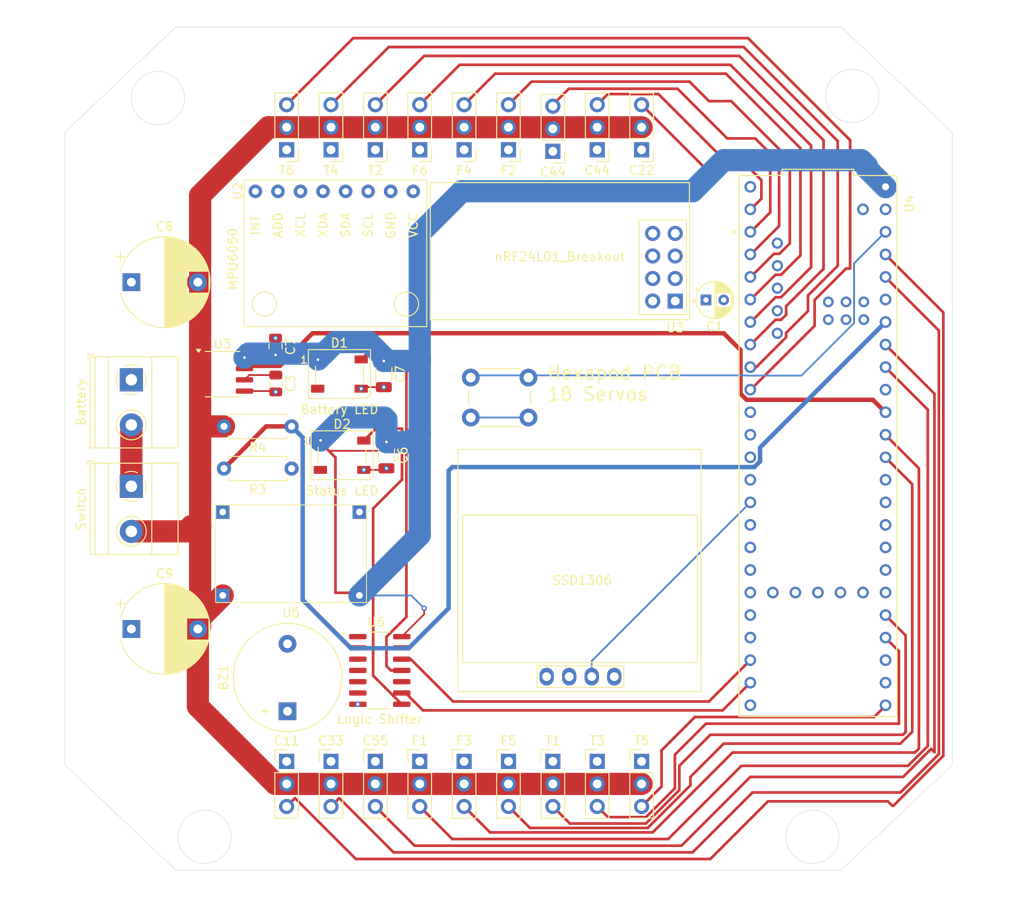
<source format=kicad_pcb>
(kicad_pcb (version 20240108) (generator "pcbnew") (generator_version "8.0")
  (layers (0 "F.Cu" signal "Signal") (1 "In1.Cu" power "Ground") (2 "In2.Cu" power "Power") (31 "B.Cu" signal "Back") (34 "B.Paste" user) (35 "F.Paste" user) (36 "B.SilkS" user "B.Silkscreen") (37 "F.SilkS" user "F.Silkscreen") (38 "B.Mask" user) (39 "F.Mask" user) (44 "Edge.Cuts" user))
  (net 0 "")
  (net 1 "GND")
  (net 2 "VIN")
  (net 3 "Buzzer")
  (net 4 "+5V")
  (net 5 "Net-(U3-FILTER)")
  (net 6 "LED1")
  (net 9 "LED2")
  (net 10 "VD Reading")
  (net 11 "S1")
  (net 12 "S7")
  (net 13 "S13")
  (net 14 "S2")
  (net 15 "S8")
  (net 16 "S14")
  (net 17 "S3")
  (net 18 "S9")
  (net 19 "S15")
  (net 20 "S4")
  (net 21 "S10")
  (net 22 "S16")
  (net 23 "S5")
  (net 24 "S11")
  (net 25 "S17")
  (net 26 "S6")
  (net 27 "S12")
  (net 28 "S18")
  (net 29 "CSN")
  (net 30 "SCK")
  (net 31 "MISO")
  (net 32 "MOSI")
  (net 35 "SDA")
  (net 36 "SCL")
  (net 39 "+3.3V")
  (net 40 "Current Reading")
  (net 41 "CE")
  (net 47 "Net-(U4-USB_GND-PadUSB_GND1)")
  (net 63 "1OE")
  (net 64 "1A")
  (net 65 "1Y")
  (net 66 "2OE")
  (net 67 "2A")
  (net 68 "2Y")
  (net 69 "4OE")
  (net 70 "3OE")
  (net 71 "Button")
  (footprint "Connector_PinHeader_2.54mm:PinHeader_1x03_P2.54mm_Vertical" (layer "F.Cu") (at 102.5 48.08 180)
    (property "Reference" "T4")
    (property "Value" "Conn_01x03_Pin" (hide yes))
  )
  (footprint "TerminalBlock_Phoenix:TerminalBlock_Phoenix_MKDS-1,5-2-5.08_1x02_P5.08mm_Horizontal" (layer "F.Cu") (at 80 86 -90)
    (property "Reference" "J3" (hide yes))
    (property "Value" "Switch")
  )
  (footprint "Connector_PinHeader_2.54mm:PinHeader_1x03_P2.54mm_Vertical" (layer "F.Cu") (at 132.5 48.08 180)
    (property "Reference" "C44")
    (property "Value" "Conn_01x03_Pin" (hide yes))
  )
  (footprint "Package_SO:SOIC-8_3.9x4.9mm_P1.27mm" (layer "F.Cu") (at 90.275 73.365)
    (property "Reference" "U3")
    (property "Value" "ACS712xLCTR-05B" (hide yes))
  )
  (footprint "Connector_PinHeader_2.54mm:PinHeader_1x03_P2.54mm_Vertical" (layer "F.Cu") (at 107.5 48.08 180)
    (property "Reference" "T2")
    (property "Value" "Conn_01x03_Pin" (hide yes))
  )
  (footprint "Capacitor_SMD:C_0805_2012Metric" (layer "F.Cu") (at 96.25 70.25 -90)
    (property "Reference" "C7")
    (property "Value" "102 1nf" (hide yes))
  )
  (footprint "Connector_PinHeader_2.54mm:PinHeader_1x03_P2.54mm_Vertical" (layer "F.Cu") (at 137.5 117)
    (property "Reference" "T5")
    (property "Value" "Conn_01x03_Pin" (hide yes))
  )
  (footprint "Capacitor_SMD:C_0805_2012Metric" (layer "F.Cu") (at 96.275 74.415 -90)
    (property "Reference" "C3")
    (property "Value" "102 1nf" (hide yes))
  )
  (footprint "Connector_PinHeader_2.54mm:PinHeader_1x03_P2.54mm_Vertical" (layer "F.Cu") (at 112.5 117)
    (property "Reference" "F1")
    (property "Value" "Conn_01x03_Pin" (hide yes))
  )
  (footprint "Connector_PinHeader_2.54mm:PinHeader_1x03_P2.54mm_Vertical" (layer "F.Cu") (at 102.5 117)
    (property "Reference" "C33")
    (property "Value" "Conn_01x03_Pin" (hide yes))
  )
  (footprint "Connector_PinHeader_2.54mm:PinHeader_1x03_P2.54mm_Vertical" (layer "F.Cu") (at 117.5 48.08 180)
    (property "Reference" "F4")
    (property "Value" "Conn_01x03_Pin" (hide yes))
  )
  (footprint "Logic Shifters:SOIC127P600X175-14N" (layer "F.Cu") (at 108 106.75)
    (property "Reference" "U6")
    (property "Value" "Logic Shifter")
  )
  (footprint "usini_sensors:128x64OLED" (layer "F.Cu") (at 130.8 96.85 180)
    (property "Reference" "SSD1306")
    (property "Value" "128x64OLED")
  )
  (footprint "Capacitor_SMD:C_1206_3216Metric" (layer "F.Cu") (at 108.75 82.5 -90)
    (property "Reference" "C6")
    (property "Value" "104 0.1μF" (hide yes))
  )
  (footprint "Capacitor_SMD:C_1206_3216Metric" (layer "F.Cu") (at 108.45 73.35 -90)
    (property "Reference" "C7")
    (property "Value" "104 0.1μF" (hide yes))
  )
  (footprint "Capacitor_THT:CP_Radial_D10.0mm_P7.50mm" (layer "F.Cu") (at 80 63)
    (property "Reference" "C8")
    (property "Value" "16V 1mF")
  )
  (footprint "LED_SMD:LED_WS2812B_PLCC4_5.0x5.0mm_P3.2mm" (layer "F.Cu") (at 103.75 82.5)
    (property "Reference" "D2")
    (property "Value" "Status LED")
  )
  (footprint "LED_SMD:LED_WS2812B_PLCC4_5.0x5.0mm_P3.2mm" (layer "F.Cu") (at 103.45 73.35)
    (property "Reference" "D1")
    (property "Value" "Battery LED")
  )
  (footprint "usini_sensors:MODULE_DEV-16771" (layer "F.Cu") (at 157.37 81.46 -90)
    (property "Reference" "U4")
    (property "Value" "Teensy 4.1" (hide yes))
  )
  (footprint "Button_Switch_THT:SW_PUSH_6mm_H8mm" (layer "F.Cu") (at 118.25 73.75)
    (property "Reference" "REF**" (hide yes))
    (property "Value" "SW_PUSH_6mm_H8mm")
  )
  (footprint "Connector_PinHeader_2.54mm:PinHeader_1x03_P2.54mm_Vertical" (layer "F.Cu") (at 122.5 117)
    (property "Reference" "F5")
    (property "Value" "Conn_01x03_Pin" (hide yes))
  )
  (footprint "Connector_PinHeader_2.54mm:PinHeader_1x03_P2.54mm_Vertical" (layer "F.Cu") (at 117.5 117)
    (property "Reference" "F3")
    (property "Value" "Conn_01x03_Pin" (hide yes))
  )
  (footprint "Connector_PinHeader_2.54mm:PinHeader_1x03_P2.54mm_Vertical" (layer "F.Cu") (at 122.5 48.08 180)
    (property "Reference" "F2")
    (property "Value" "Conn_01x03_Pin" (hide yes))
  )
  (footprint "Connector_PinHeader_2.54mm:PinHeader_1x03_P2.54mm_Vertical" (layer "F.Cu") (at 127.5 117)
    (property "Reference" "T1")
    (property "Value" "Conn_01x03_Pin" (hide yes))
  )
  (footprint "Connector_PinHeader_2.54mm:PinHeader_1x03_P2.54mm_Vertical" (layer "F.Cu") (at 112.5 48.08 180)
    (property "Reference" "F6")
    (property "Value" "Conn_01x03_Pin" (hide yes))
  )
  (footprint "Capacitor_THT:CP_Radial_D4.0mm_P2.00mm" (layer "F.Cu") (at 144.75 65)
    (property "Reference" "C1")
    (property "Value" "16V 22μF" (hide yes))
  )
  (footprint "Connector_PinHeader_2.54mm:PinHeader_1x03_P2.54mm_Vertical" (layer "F.Cu") (at 107.5 117)
    (property "Reference" "C55")
    (property "Value" "Conn_01x03_Pin" (hide yes))
  )
  (footprint "Connector_PinHeader_2.54mm:PinHeader_1x03_P2.54mm_Vertical" (layer "F.Cu") (at 97.5 117)
    (property "Reference" "C11")
    (property "Value" "Conn_01x03_Pin" (hide yes))
  )
  (footprint "Connector_PinHeader_2.54mm:PinHeader_1x03_P2.54mm_Vertical" (layer "F.Cu") (at 127.5 48.25 180)
    (property "Reference" "C44")
    (property "Value" "Conn_01x03_Pin" (hide yes))
  )
  (footprint "Resistor_THT:R_Axial_DIN0207_L6.3mm_D2.5mm_P7.62mm_Horizontal" (layer "F.Cu") (at 98.06 84 180)
    (property "Reference" "R3")
    (property "Value" "100kΩ")
  )
  (footprint "Connector_PinHeader_2.54mm:PinHeader_1x03_P2.54mm_Vertical" (layer "F.Cu") (at 132.5 117)
    (property "Reference" "T3")
    (property "Value" "Conn_01x03_Pin" (hide yes))
  )
  (footprint "Buzzer_Beeper:Buzzer_12x9.5RM7.6" (layer "F.Cu") (at 97.6 111.35 90)
    (property "Reference" "BZ1")
    (property "Value" "Buzzer")
  )
  (footprint "usini_sensors:module_mpu6050" (layer "F.Cu") (at 93.983 52.765 -90)
    (property "Reference" "U2")
    (property "Value" "MPU6050")
  )
  (footprint "TerminalBlock_Phoenix:TerminalBlock_Phoenix_MKDS-1,5-2-5.08_1x02_P5.08mm_Horizontal" (layer "F.Cu") (at 80 74 -90)
    (property "Reference" "J2" (hide yes))
    (property "Value" "Battery")
  )
  (footprint "Arduino Library:Buck" (layer "F.Cu") (at 98 88 180)
    (property "Reference" "U5")
    (property "Value" "Buck" (hide yes))
  )
  (footprint "Connector_PinHeader_2.54mm:PinHeader_1x03_P2.54mm_Vertical" (layer "F.Cu") (at 137.5 48.08 180)
    (property "Reference" "C22")
    (property "Value" "Conn_01x03_Pin" (hide yes))
  )
  (footprint "Connector_PinHeader_2.54mm:PinHeader_1x03_P2.54mm_Vertical" (layer "F.Cu") (at 97.5 48.08 180)
    (property "Reference" "T6")
    (property "Value" "Conn_01x03_Pin" (hide yes))
  )
  (footprint "Capacitor_THT:CP_Radial_D10.0mm_P7.50mm" (layer "F.Cu") (at 80 102.08)
    (property "Reference" "C9")
    (property "Value" "16V 1mF")
  )
  (footprint "Resistor_THT:R_Axial_DIN0207_L6.3mm_D2.5mm_P7.62mm_Horizontal" (layer "F.Cu") (at 98.06 79.25 180)
    (property "Reference" "R4")
    (property "Value" "100kΩ")
  )
  (footprint "teensy:nRF24L01_Breakout" (layer "F.Cu") (at 141.2895 65.125 180)
    (property "Reference" "U3")
    (property "Value" "nRF24L01_Breakout")
  )
  (gr_line (start 85 34.25) (end 160 34.25) (stroke (width 0.05)) (layer "Edge.Cuts"))
  (gr_circle (center 161.25 42) (end 164.25 42) (stroke (width 0.05)) (fill none) (layer "Edge.Cuts"))
  (gr_circle (center 156.75 125.5) (end 159.75 125.5) (stroke (width 0.05)) (fill none) (layer "Edge.Cuts"))
  (gr_circle (center 88.25 125.5) (end 91.25 125.5) (stroke (width 0.05)) (fill none) (layer "Edge.Cuts"))
  (gr_line (start 85 34.25) (end 72.5 46.125) (stroke (width 0.05)) (layer "Edge.Cuts"))
  (gr_line (start 160 129.25) (end 85 129.25) (stroke (width 0.05)) (layer "Edge.Cuts"))
  (gr_line (start 72.5 117.375) (end 85 129.25) (stroke (width 0.05)) (layer "Edge.Cuts"))
  (gr_line (start 172.5 46.125) (end 172.5 117.375) (stroke (width 0.05)) (layer "Edge.Cuts"))
  (gr_line (start 72.5 117.375) (end 72.5 46.125) (stroke (width 0.05)) (layer "Edge.Cuts"))
  (gr_line (start 172.5 117.375) (end 160 129.25) (stroke (width 0.05)) (layer "Edge.Cuts"))
  (gr_line (start 172.5 46.125) (end 160 34.25) (stroke (width 0.05)) (layer "Edge.Cuts"))
  (gr_circle (center 83 42.25) (end 86 42.25) (stroke (width 0.05)) (fill none) (layer "Edge.Cuts"))
  (gr_text "Hexapod PCB\n18 Servos\n" (at 126.75 76.5 0) (layer "F.SilkS") (effects (font (size 1.5 1.5) (thickness 0.2)) (justify left bottom)))
  (segment (start 108.575 84.15) (end 108.7375 83.9875) (width 0.2) (layer "F.Cu") (net 1))
  (segment (start 108.45 74.825) (end 106.075 74.825) (width 0.2) (layer "F.Cu") (net 1))
  (segment (start 96.18 75.27) (end 96.275 75.365) (width 0.2) (layer "F.Cu") (net 1))
  (segment (start 106.075 74.825) (end 105.9 75) (width 0.2) (layer "F.Cu") (net 1))
  (segment (start 106.25 84.15) (end 108.575 84.15) (width 0.2) (layer "F.Cu") (net 1))
  (segment (start 92.75 75.27) (end 96.18 75.27) (width 0.2) (layer "F.Cu") (net 1))
  (segment (start 108.7375 83.9875) (end 108.75 83.975) (width 0.2) (layer "F.Cu") (net 1))
  (segment (start 106.2 84.15) (end 106.25 84.15) (width 0.2) (layer "F.Cu") (net 1))
  (via (at 108.75 83.975) (size 0.6) (drill 0.3) (layers "F.Cu" "B.Cu") (net 1))
  (via (at 105.525 110.56) (size 0.6) (drill 0.3) (layers "F.Cu" "B.Cu") (net 1))
  (via (at 108.45 74.825) (size 0.6) (drill 0.3) (layers "F.Cu" "B.Cu") (net 1))
  (via (at 96.275 75.365) (size 0.6) (drill 0.3) (layers "F.Cu" "B.Cu") (net 1))
  (via (at 96.25 69.3) (size 0.6) (drill 0.3) (layers "F.Cu" "B.Cu") (net 1))
  (via (at 106.2 84.15) (size 0.6) (drill 0.3) (layers "F.Cu" "B.Cu") (net 1))
  (via (at 105.9 75) (size 0.6) (drill 0.3) (layers "F.Cu" "B.Cu") (net 1))
  (segment (start 87.75 101.83) (end 87.75 90.5) (width 2.5) (layer "F.Cu") (net 2))
  (segment (start 87.75 90.5) (end 86.75 90.5) (width 2.5) (layer "F.Cu") (net 2))
  (segment (start 87.75 53.23) (end 95.44 45.54) (width 2.5) (layer "F.Cu") (net 2))
  (segment (start 87.75 79.25) (end 90.44 79.25) (width 2.5) (layer "F.Cu") (net 2))
  (segment (start 87.5 101.1) (end 90.3 98.3) (width 2.5) (layer "F.Cu") (net 2))
  (segment (start 80 79.08) (end 80 86) (width 2.5) (layer "F.Cu") (net 2))
  (segment (start 87.5 110.8) (end 96.24 119.54) (width 2.5) (layer "F.Cu") (net 2))
  (segment (start 87.75 63.25) (end 87.5 63) (width 2.5) (layer "F.Cu") (net 2))
  (segment (start 87.75 63.25) (end 87.75 53.23) (width 2.5) (layer "F.Cu") (net 2))
  (segment (start 87.5 102.08) (end 87.75 101.83) (width 2.5) (layer "F.Cu") (net 2))
  (segment (start 86.17 91.08) (end 80 91.08) (width 2.5) (layer "F.Cu") (net 2))
  (segment (start 86.75 90.5) (end 86.17 91.08) (width 2.5) (layer "F.Cu") (net 2))
  (segment (start 87.75 87.75) (end 87.75 79.25) (width 2.5) (layer "F.Cu") (net 2))
  (segment (start 87.75 90.5) (end 87.75 87.75) (width 2.5) (layer "F.Cu") (net 2))
  (segment (start 88.58 71.65) (end 88.525 71.595) (width 0.2) (layer "F.Cu") (net 2))
  (segment (start 95.44 45.54) (end 137.5 45.54) (width 2.5) (layer "F.Cu") (net 2))
  (segment (start 87.5 102.08) (end 87.5 101.1) (width 2.5) (layer "F.Cu") (net 2))
  (segment (start 87.75 79.25) (end 87.75 63.25) (width 2.5) (layer "F.Cu") (net 2))
  (segment (start 96.24 119.54) (end 137.5 119.54) (width 2.5) (layer "F.Cu") (net 2))
  (segment (start 87.5 102.08) (end 87.5 110.8) (width 2.5) (layer "F.Cu") (net 2))
  (segment (start 103 82.75) (end 101.75 81.5) (width 0.3) (layer "F.Cu") (net 4))
  (segment (start 101.75 81.3) (end 101.75 81.5) (width 0.2) (layer "F.Cu") (net 4))
  (segment (start 107.775 82) (end 108.75 81.025) (width 0.2) (layer "F.Cu") (net 4))
  (segment (start 93.01 71.2) (end 92.75 71.46) (width 0.3) (layer "F.Cu") (net 4))
  (segment (start 105.4 98) (end 103 98) (width 0.3) (layer "F.Cu") (net 4))
  (segment (start 113 100.415) (end 113 99.75) (width 0.2) (layer "F.Cu") (net 4))
  (segment (start 101.3 80.85) (end 101.75 81.3) (width 0.2) (layer "F.Cu") (net 4))
  (segment (start 110.475 102.94) (end 113 100.415) (width 0.2) (layer "F.Cu") (net 4))
  (segment (start 105.7 98.3) (end 105.4 98) (width 0.3) (layer "F.Cu") (net 4))
  (segment (start 96.25 71.2) (end 93.01 71.2) (width 0.3) (layer "F.Cu") (net 4))
  (segment (start 101.025 71.725) (end 101 71.7) (width 0.2) (layer "F.Cu") (net 4))
  (segment (start 102.25 82) (end 107.775 82) (width 0.2) (layer "F.Cu") (net 4))
  (segment (start 103 98) (end 103 82.75) (width 0.3) (layer "F.Cu") (net 4))
  (segment (start 101.75 81.5) (end 102.25 82) (width 0.2) (layer "F.Cu") (net 4))
  (via (at 101.325 80.825) (size 0.6) (drill 0.3) (layers "F.Cu" "B.Cu") (net 4))
  (via (at 92.75 71.5) (size 0.6) (drill 0.3) (layers "F.Cu" "B.Cu") (net 4))
  (via (at 113 99.75) (size 0.6) (drill 0.3) (layers "F.Cu" "B.Cu") (net 4))
  (via (at 101.025 71.725) (size 0.6) (drill 0.3) (layers "F.Cu" "B.Cu") (net 4))
  (via (at 108.75 81) (size 0.6) (drill 0.3) (layers "F.Cu" "B.Cu") (net 4))
  (via (at 108.45 71.875) (size 0.6) (drill 0.3) (layers "F.Cu" "B.Cu") (net 4))
  (via (at 96.25 71.2) (size 0.6) (drill 0.3) (layers "F.Cu" "B.Cu") (net 4))
  (segment (start 112.5 71.75) (end 112.375 71.875) (width 2.5) (layer "B.Cu") (net 4))
  (segment (start 162.896 49.896) (end 162.25 49.25) (width 2.5) (layer "B.Cu") (net 4))
  (segment (start 112.5 57.5) (end 112.5 71.75) (width 2.5) (layer "B.Cu") (net 4))
  (segment (start 92.75 71.5) (end 93.2 71.05) (width 2.5) (layer "B.Cu") (net 4))
  (segment (start 108.75 78.5) (end 108.5 78.25) (width 2.5) (layer "B.Cu") (net 4))
  (segment (start 117.25 52.75) (end 112.5 57.5) (width 2.5) (layer "B.Cu") (net 4))
  (segment (start 112.5 71.75) (end 112.5 80) (width 2.5) (layer "B.Cu") (net 4))
  (segment (start 108.5 78.25) (end 103.9 78.25) (width 2.5) (layer "B.Cu") (net 4))
  (segment (start 108.75 81) (end 108.75 78.5) (width 2.5) (layer "B.Cu") (net 4))
  (segment (start 112.375 71.875) (end 108.45 71.875) (width 2.5) (layer "B.Cu") (net 4))
  (segment (start 162.896 50.186) (end 162.896 49.896) (width 2.5) (layer "B.Cu") (net 4))
  (segment (start 143.25 52.75) (end 117.25 52.75) (width 2.5) (layer "B.Cu") (net 4))
  (segment (start 103.9 78.25) (end 101.325 80.825) (width 2.5) (layer "B.Cu") (net 4))
  (segment (start 111.55 98.3) (end 105.7 98.3) (width 0.2) (layer "B.Cu") (net 4))
  (segment (start 162.25 49.25) (end 146.75 49.25) (width 2.5) (layer "B.Cu") (net 4))
  (segment (start 108.45 71.45) (end 106.75 69.75) (width 2.5) (layer "B.Cu") (net 4))
  (segment (start 113 99.75) (end 111.55 98.3) (width 0.2) (layer "B.Cu") (net 4))
  (segment (start 101.325 80.825) (end 101.3 80.85) (width 2.5) (layer "B.Cu") (net 4))
  (segment (start 112.5 91.5) (end 105.7 98.3) (width 2.5) (layer "B.Cu") (net 4))
  (segment (start 111.475 81.025) (end 108.75 81.025) (width 2.5) (layer "B.Cu") (net 4))
  (segment (start 93.2 71.05) (end 101.7 71.05) (width 2.5) (layer "B.Cu") (net 4))
  (segment (start 165 52.29) (end 162.896 50.186) (width 2.5) (layer "B.Cu") (net 4))
  (segment (start 106.75 69.75) (end 103 69.75) (width 2.5) (layer "B.Cu") (net 4))
  (segment (start 101.7 71.05) (end 103 69.75) (width 2.5) (layer "B.Cu") (net 4))
  (segment (start 108.45 71.875) (end 108.45 71.45) (width 2.5) (layer "B.Cu") (net 4))
  (segment (start 108.75 81.025) (end 108.75 81) (width 2.5) (layer "B.Cu") (net 4))
  (segment (start 112.5 80) (end 111.475 81.025) (width 2.5) (layer "B.Cu") (net 4))
  (segment (start 146.75 49.25) (end 143.25 52.75) (width 2.5) (layer "B.Cu") (net 4))
  (segment (start 112.5 80) (end 112.5 91.5) (width 2.5) (layer "B.Cu") (net 4))
  (segment (start 103 69.75) (end 101.025 71.725) (width 2.5) (layer "B.Cu") (net 4))
  (segment (start 93.285 73.465) (end 92.75 74) (width 0.2) (layer "F.Cu") (net 5))
  (segment (start 96.275 73.465) (end 93.285 73.465) (width 0.2) (layer "F.Cu") (net 5))
  (segment (start 109.25 106.75) (end 108.75 106.25) (width 0.3) (layer "F.Cu") (net 6))
  (segment (start 108.75 106.25) (end 108.75 102.968738) (width 0.3) (layer "F.Cu") (net 6))
  (segment (start 149.75 105.59) (end 145.09 110.25) (width 0.3) (layer "F.Cu") (net 6))
  (segment (start 110.475 106.75) (end 109.25 106.75) (width 0.3) (layer "F.Cu") (net 6))
  (segment (start 108.75 102.968738) (end 111 100.718738) (width 0.3) (layer "F.Cu") (net 6))
  (segment (start 106.65 70.95) (end 105.9 71.7) (width 0.3) (layer "F.Cu") (net 6))
  (segment (start 111 72.35) (end 109.6 70.95) (width 0.3) (layer "F.Cu") (net 6))
  (segment (start 116.25 110.25) (end 111.48 105.48) (width 0.3) (layer "F.Cu") (net 6))
  (segment (start 145.09 110.25) (end 116.25 110.25) (width 0.3) (layer "F.Cu") (net 6))
  (segment (start 111 100.718738) (end 111 72.35) (width 0.3) (layer "F.Cu") (net 6))
  (segment (start 111.48 105.48) (end 110.475 105.48) (width 0.3) (layer "F.Cu") (net 6))
  (segment (start 109.6 70.95) (end 106.65 70.95) (width 0.3) (layer "F.Cu") (net 6))
  (segment (start 110.5 85.25) (end 110.5 79.5) (width 0.3) (layer "F.Cu") (net 9))
  (segment (start 112.861262 111.25) (end 146.63 111.25) (width 0.3) (layer "F.Cu") (net 9))
  (segment (start 110.475 110.56) (end 107.25 107.335) (width 0.3) (layer "F.Cu") (net 9))
  (segment (start 107.25 107.335) (end 107.25 88.5) (width 0.3) (layer "F.Cu") (net 9))
  (segment (start 110.475 109.29) (end 110.901262 109.29) (width 0.3) (layer "F.Cu") (net 9))
  (segment (start 107.25 88.5) (end 110.5 85.25) (width 0.3) (layer "F.Cu") (net 9))
  (segment (start 110.901262 109.29) (end 112.861262 111.25) (width 0.3) (layer "F.Cu") (net 9))
  (segment (start 146.63 111.25) (end 149.75 108.13) (width 0.3) (layer "F.Cu") (net 9))
  (segment (start 107.55 79.5) (end 106.2 80.85) (width 0.3) (layer "F.Cu") (net 9))
  (segment (start 110.5 79.5) (end 107.55 79.5) (width 0.3) (layer "F.Cu") (net 9))
  (segment (start 98.06 79.25) (end 95.19 79.25) (width 0.5) (layer "F.Cu") (net 10))
  (segment (start 95.19 79.25) (end 90.44 84) (width 0.5) (layer "F.Cu") (net 10))
  (segment (start 115.75 84.25) (end 116.166 83.834) (width 0.5) (layer "B.Cu") (net 10))
  (segment (start 104.75 104.25) (end 111.25 104.25) (width 0.5) (layer "B.Cu") (net 10))
  (segment (start 116.166 83.834) (end 150.207292 83.834) (width 0.5) (layer "B.Cu") (net 10))
  (segment (start 150.207292 83.834) (end 150.854 83.187292) (width 0.5) (layer "B.Cu") (net 10))
  (segment (start 99.31 80.5) (end 99.31 98.81) (width 0.5) (layer "B.Cu") (net 10))
  (segment (start 115.75 99.75) (end 115.75 84.25) (width 0.5) (layer "B.Cu") (net 10))
  (segment (start 150.854 81.626) (end 164.99 67.49) (width 0.5) (layer "B.Cu") (net 10))
  (segment (start 99.31 98.81) (end 104.75 104.25) (width 0.5) (layer "B.Cu") (net 10))
  (segment (start 111.25 104.25) (end 115.75 99.75) (width 0.5) (layer "B.Cu") (net 10))
  (segment (start 98.06 79.25) (end 99.31 80.5) (width 0.5) (layer "B.Cu") (net 10))
  (segment (start 150.854 83.187292) (end 150.854 81.626) (width 0.5) (layer "B.Cu") (net 10))
  (segment (start 149.76 54.83) (end 151 53.59) (width 0.3) (layer "F.Cu") (net 11))
  (segment (start 151 51.5) (end 149.5 50) (width 0.3) (layer "F.Cu") (net 11))
  (segment (start 151 53.59) (end 151 51.5) (width 0.3) (layer "F.Cu") (net 11))
  (segment (start 137.5 43) (end 137.5 42.83) (width 0.5) (layer "F.Cu") (net 11))
  (segment (start 144.5 50) (end 137.5 43) (width 0.3) (layer "F.Cu") (net 11))
  (segment (start 149.5 50) (end 144.5 50) (width 0.3) (layer "F.Cu") (net 11))
  (segment (start 113 37.5) (end 107.5 43) (width 0.3) (layer "F.Cu") (net 12))
  (segment (start 152.591 67.239) (end 153.215516 67.239) (width 0.3) (layer "F.Cu") (net 12))
  (segment (start 153.789 65.711) (end 158 61.5) (width 0.3) (layer "F.Cu") (net 12))
  (segment (start 148.5 37.5) (end 113 37.5) (width 0.3) (layer "F.Cu") (net 12))
  (segment (start 158 47) (end 148.5 37.5) (width 0.3) (layer "F.Cu") (net 12))
  (segment (start 149.76 70.07) (end 152.591 67.239) (width 0.3) (layer "F.Cu") (net 12))
  (segment (start 153.215516 67.239) (end 153.789 66.665516) (width 0.3) (layer "F.Cu") (net 12))
  (segment (start 158 61.5) (end 158 47) (width 0.3) (layer "F.Cu") (net 12))
  (segment (start 153.789 66.665516) (end 153.789 65.711) (width 0.3) (layer "F.Cu") (net 12))
  (segment (start 146.75 115) (end 166.664214 115) (width 0.3) (layer "F.Cu") (net 13))
  (segment (start 124.92 124.5) (end 138.191271 124.5) (width 0.3) (layer "F.Cu") (net 13))
  (segment (start 168 85.77) (end 165 82.77) (width 0.3) (layer "F.Cu") (net 13))
  (segment (start 166.664214 115) (end 168 113.664214) (width 0.3) (layer "F.Cu") (net 13))
  (segment (start 143 118.75) (end 146.75 115) (width 0.3) (layer "F.Cu") (net 13))
  (segment (start 138.191271 124.5) (end 143 119.691271) (width 0.3) (layer "F.Cu") (net 13))
  (segment (start 143 119.691271) (end 143 118.75) (width 0.3) (layer "F.Cu") (net 13))
  (segment (start 122.5 122.08) (end 124.92 124.5) (width 0.3) (layer "F.Cu") (net 13))
  (segment (start 168 113.664214) (end 168 85.77) (width 0.3) (layer "F.Cu") (net 13))
  (segment (start 149.76 57.37) (end 152 55.13) (width 0.3) (layer "F.Cu") (net 14))
  (segment (start 152 50.5) (end 150.1 48.6) (width 0.3) (layer "F.Cu") (net 14))
  (segment (start 146.2 48.6) (end 139.4 41.8) (width 0.3) (layer "F.Cu") (net 14))
  (segment (start 139.4 41.8) (end 133.7 41.8) (width 0.3) (layer "F.Cu") (net 14))
  (segment (start 152 55.13) (end 152 50.5) (width 0.3) (layer "F.Cu") (net 14))
  (segment (start 133.7 41.8) (end 132.5 43) (width 0.3) (layer "F.Cu") (net 14))
  (segment (start 150.1 48.6) (end 146.2 48.6) (width 0.3) (layer "F.Cu") (net 14))
  (segment (start 109 36.5) (end 102.5 43) (width 0.3) (layer "F.Cu") (net 15))
  (segment (start 156.25 66.25) (end 156.25 64.5) (width 0.3) (layer "F.Cu") (net 15))
  (segment (start 153.789 68.711) (end 156.25 66.25) (width 0.3) (layer "F.Cu") (net 15))
  (segment (start 149 36.5) (end 109 36.5) (width 0.3) (layer "F.Cu") (net 15))
  (segment (start 159.6 61.15) (end 159.6 47.1) (width 0.3) (layer "F.Cu") (net 15))
  (segment (start 156.25 64.5) (end 159.6 61.15) (width 0.3) (layer "F.Cu") (net 15))
  (segment (start 150.384516 72.61) (end 153.789 69.205516) (width 0.3) (layer "F.Cu") (net 15))
  (segment (start 159.6 47.1) (end 149 36.5) (width 0.3) (layer "F.Cu") (net 15))
  (segment (start 153.789 69.205516) (end 153.789 68.711) (width 0.3) (layer "F.Cu") (net 15))
  (segment (start 149.76 72.61) (end 150.384516 72.61) (width 0.3) (layer "F.Cu") (net 15))
  (segment (start 147.75 116) (end 138.75 125) (width 0.3) (layer "F.Cu") (net 16))
  (segment (start 138.75 125) (end 120.42 125) (width 0.3) (layer "F.Cu") (net 16))
  (segment (start 165 80.23) (end 168.75 83.98) (width 0.3) (layer "F.Cu") (net 16))
  (segment (start 168.75 115.557106) (end 168.307106 116) (width 0.3) (layer "F.Cu") (net 16))
  (segment (start 120.42 125) (end 117.5 122.08) (width 0.3) (layer "F.Cu") (net 16))
  (segment (start 168.307106 116) (end 147.75 116) (width 0.3) (layer "F.Cu") (net 16))
  (segment (start 168.75 83.98) (end 168.75 115.557106) (width 0.3) (layer "F.Cu") (net 16))
  (segment (start 127.5 43) (end 129.3 41.2) (width 0.3) (layer "F.Cu") (net 17))
  (segment (start 147.15 46.8) (end 150.3 46.8) (width 0.3) (layer "F.Cu") (net 17))
  (segment (start 153 49.5) (end 153 56.67) (width 0.3) (layer "F.Cu") (net 17))
  (segment (start 153 56.67) (end 149.76 59.91) (width 0.3) (layer "F.Cu") (net 17))
  (segment (start 150.3 46.8) (end 153 49.5) (width 0.3) (layer "F.Cu") (net 17))
  (segment (start 141.55 41.2) (end 147.15 46.8) (width 0.3) (layer "F.Cu") (net 17))
  (segment (start 129.3 41.2) (end 141.55 41.2) (width 0.3) (layer "F.Cu") (net 17))
  (segment (start 97.5 43) (end 105 35.5) (width 0.3) (layer "F.Cu") (net 18))
  (segment (start 157 65) (end 157 67.91) (width 0.3) (layer "F.Cu") (net 18))
  (segment (start 160.53916 61.46084) (end 157 65) (width 0.3) (layer "F.Cu") (net 18))
  (segment (start 105 35.5) (end 149.5 35.5) (width 0.3) (layer "F.Cu") (net 18))
  (segment (start 149.5 35.5) (end 161 47) (width 0.3) (layer "F.Cu") (net 18))
  (segment (start 161 47) (end 161 61.46084) (width 0.3) (layer "F.Cu") (net 18))
  (segment (start 157 67.91) (end 149.76 75.15) (width 0.3) (layer "F.Cu") (net 18))
  (segment (start 161 61.46084) (end 160.53916 61.46084) (width 0.3) (layer "F.Cu") (net 18))
  (segment (start 167.514213 117.5) (end 148.75 117.5) (width 0.3) (layer "F.Cu") (net 19))
  (segment (start 148.75 117.5) (end 140.5 125.75) (width 0.3) (layer "F.Cu") (net 19))
  (segment (start 169.75 115.264213) (end 167.514213 117.5) (width 0.3) (layer "F.Cu") (net 19))
  (segment (start 140.5 125.75) (end 116.17 125.75) (width 0.3) (layer "F.Cu") (net 19))
  (segment (start 165 72.61) (end 169.75 77.36) (width 0.3) (layer "F.Cu") (net 19))
  (segment (start 116.17 125.75) (end 112.5 122.08) (width 0.3) (layer "F.Cu") (net 19))
  (segment (start 169.75 77.36) (end 169.75 115.264213) (width 0.3) (layer "F.Cu") (net 19))
  (segment (start 152.41 59.8) (end 153.034516 59.8) (width 0.3) (layer "F.Cu") (net 20))
  (segment (start 154.2 58.634516) (end 154.2 49.2) (width 0.3) (layer "F.Cu") (net 20))
  (segment (start 154.2 49.2) (end 147.6 42.6) (width 0.3) (layer "F.Cu") (net 20))
  (segment (start 147.6 42.6) (end 145.1 42.6) (width 0.3) (layer "F.Cu") (net 20))
  (segment (start 145.1 42.6) (end 142.9 40.4) (width 0.3) (layer "F.Cu") (net 20))
  (segment (start 153.034516 59.8) (end 154.2 58.634516) (width 0.3) (layer "F.Cu") (net 20))
  (segment (start 125.1 40.4) (end 122.5 43) (width 0.3) (layer "F.Cu") (net 20))
  (segment (start 149.76 62.45) (end 152.41 59.8) (width 0.3) (layer "F.Cu") (net 20))
  (segment (start 142.9 40.4) (end 125.1 40.4) (width 0.3) (layer "F.Cu") (net 20))
  (segment (start 143.5 112) (end 139.75 115.75) (width 0.3) (layer "F.Cu") (net 21))
  (segment (start 163.71 112) (end 143.5 112) (width 0.3) (layer "F.Cu") (net 21))
  (segment (start 139.75 115.75) (end 139.75 119.83) (width 0.3) (layer "F.Cu") (net 21))
  (segment (start 139.75 119.83) (end 137.5 122.08) (width 0.3) (layer "F.Cu") (net 21))
  (segment (start 165 110.71) (end 163.71 112) (width 0.3) (layer "F.Cu") (net 21))
  (segment (start 170.132106 115.589213) (end 166.971319 118.75) (width 0.3) (layer "F.Cu") (net 22))
  (segment (start 149.75 118.75) (end 142 126.5) (width 0.3) (layer "F.Cu") (net 22))
  (segment (start 142 126.5) (end 111.92 126.5) (width 0.3) (layer "F.Cu") (net 22))
  (segment (start 170.5 75.57) (end 170.5 115.957107) (width 0.3) (layer "F.Cu") (net 22))
  (segment (start 166.971319 118.75) (end 149.75 118.75) (width 0.3) (layer "F.Cu") (net 22))
  (segment (start 165 70.07) (end 170.5 75.57) (width 0.3) (layer "F.Cu") (net 22))
  (segment (start 170.5 115.957107) (end 170.132106 115.589213) (width 0.3) (layer "F.Cu") (net 22))
  (segment (start 111.92 126.5) (end 107.5 122.08) (width 0.3) (layer "F.Cu") (net 22))
  (segment (start 152.591 62.159) (end 153.215516 62.159) (width 0.3) (layer "F.Cu") (net 23))
  (segment (start 153.215516 62.159) (end 155.4 59.974516) (width 0.3) (layer "F.Cu") (net 23))
  (segment (start 155.4 47.9) (end 147 39.5) (width 0.3) (layer "F.Cu") (net 23))
  (segment (start 121 39.5) (end 117.5 43) (width 0.3) (layer "F.Cu") (net 23))
  (segment (start 155.4 59.974516) (end 155.4 47.9) (width 0.3) (layer "F.Cu") (net 23))
  (segment (start 147 39.5) (end 121 39.5) (width 0.3) (layer "F.Cu") (net 23))
  (segment (start 149.76 64.99) (end 152.591 62.159) (width 0.3) (layer "F.Cu") (net 23))
  (segment (start 133.7 123.28) (end 132.5 122.08) (width 0.3) (layer "F.Cu") (net 24))
  (segment (start 165 103.09) (end 166.5 104.59) (width 0.3) (layer "F.Cu") (net 24))
  (segment (start 166.5 104.59) (end 166.5 112.75) (width 0.3) (layer "F.Cu") (net 24))
  (segment (start 137.997057 123.28) (end 133.7 123.28) (width 0.3) (layer "F.Cu") (net 24))
  (segment (start 141.25 116.25) (end 141.25 120.027057) (width 0.3) (layer "F.Cu") (net 24))
  (segment (start 166.5 112.75) (end 144.75 112.75) (width 0.3) (layer "F.Cu") (net 24))
  (segment (start 141.25 120.027057) (end 137.997057 123.28) (width 0.3) (layer "F.Cu") (net 24))
  (segment (start 144.75 112.75) (end 141.25 116.25) (width 0.3) (layer "F.Cu") (net 24))
  (segment (start 171 68.45) (end 165 62.45) (width 0.3) (layer "F.Cu") (net 25))
  (segment (start 166.664214 120.5) (end 171 116.164214) (width 0.3) (layer "F.Cu") (net 25))
  (segment (start 150 120.5) (end 166.664214 120.5) (width 0.3) (layer "F.Cu") (net 25))
  (segment (start 143.25 127.25) (end 150 120.5) (width 0.3) (layer "F.Cu") (net 25))
  (segment (start 109.55 127.25) (end 143.25 127.25) (width 0.3) (layer "F.Cu") (net 25))
  (segment (start 171 116.164214) (end 171 68.45) (width 0.3) (layer "F.Cu") (net 25))
  (segment (start 102.5 122.08) (end 103.44 121.14) (width 0.3) (layer "F.Cu") (net 25))
  (segment (start 103.44 121.14) (end 109.55 127.25) (width 0.3) (layer "F.Cu") (net 25))
  (segment (start 152.591 64.699) (end 153.215516 64.699) (width 0.3) (layer "F.Cu") (net 26))
  (segment (start 149.76 67.53) (end 152.591 64.699) (width 0.3) (layer "F.Cu") (net 26))
  (segment (start 117 38.5) (end 112.5 43) (width 0.3) (layer "F.Cu") (net 26))
  (segment (start 153.215516 64.699) (end 156.6 61.314516) (width 0.3) (layer "F.Cu") (net 26))
  (segment (start 156.6 61.314516) (end 156.6 47.6) (width 0.3) (layer "F.Cu") (net 26))
  (segment (start 147.5 38.5) (end 117 38.5) (width 0.3) (layer "F.Cu") (net 26))
  (segment (start 156.6 47.6) (end 147.5 38.5) (width 0.3) (layer "F.Cu") (net 26))
  (segment (start 165 100.55) (end 167.25 102.8) (width 0.3) (layer "F.Cu") (net 27))
  (segment (start 145.25 114) (end 141.75 117.5) (width 0.3) (layer "F.Cu") (net 27))
  (segment (start 129.42 124) (end 127.5 122.08) (width 0.3) (layer "F.Cu") (net 27))
  (segment (start 167.25 113.707107) (end 166.957107 114) (width 0.3) (layer "F.Cu") (net 27))
  (segment (start 167.25 102.8) (end 167.25 113.707107) (width 0.3) (layer "F.Cu") (net 27))
  (segment (start 166.957107 114) (end 145.25 114) (width 0.3) (layer "F.Cu") (net 27))
  (segment (start 141.75 117.5) (end 141.75 120.234164) (width 0.3) (layer "F.Cu") (net 27))
  (segment (start 141.75 120.234164) (end 137.984164 124) (width 0.3) (layer "F.Cu") (net 27))
  (segment (start 137.984164 124) (end 129.42 124) (width 0.3) (layer "F.Cu") (net 27))
  (segment (start 151.75 121.5) (end 145.25 128) (width 0.3) (layer "F.Cu") (net 28))
  (segment (start 171.5 116.371321) (end 165.871321 122) (width 0.3) (layer "F.Cu") (net 28))
  (segment (start 165 59.91) (end 171.5 66.41) (width 0.3) (layer "F.Cu") (net 28))
  (segment (start 98.44 121.14) (end 97.5 122.08) (width 0.3) (layer "F.Cu") (net 28))
  (segment (start 165.871321 122) (end 165.75 122) (width 0.3) (layer "F.Cu") (net 28))
  (segment (start 145.25 128) (end 105.3 128) (width 0.3) (layer "F.Cu") (net 28))
  (segment (start 165.25 121.5) (end 151.75 121.5) (width 0.3) (layer "F.Cu") (net 28))
  (segment (start 165.75 122) (end 165.25 121.5) (width 0.3) (layer "F.Cu") (net 28))
  (segment (start 105.3 128) (end 98.44 121.14) (width 0.3) (layer "F.Cu") (net 28))
  (segment (start 171.5 66.41) (end 171.5 116.371321) (width 0.3) (layer "F.Cu") (net 28))
  (segment (start 118.5 73.5) (end 118.25 73.75) (width 0.2) (layer "B.Cu") (net 39))
  (segment (start 155.51445 73.524) (end 149.35484 73.524) (width 0.2) (layer "B.Cu") (net 39))
  (segment (start 164.99 57.33) (end 161.444 60.876) (width 0.2) (layer "B.Cu") (net 39))
  (segment (start 161.444 67.59445) (end 155.51445 73.524) (width 0.2) (layer "B.Cu") (net 39))
  (segment (start 131.88 105.68) (end 149.75 87.81) (width 0.2) (layer "B.Cu") (net 39))
  (segment (start 149.35484 73.524) (end 149.33084 73.5) (width 0.2) (layer "B.Cu") (net 39))
  (segment (start 149.33084 73.5) (end 118.5 73.5) (width 0.2) (layer "B.Cu") (net 39))
  (segment (start 161.444 60.876) (end 161.444 67.59445) (width 0.2) (layer "B.Cu") (net 39))
  (segment (start 131.88 107.45) (end 131.88 105.68) (width 0.2) (layer "B.Cu") (net 39))
  (segment (start 92.75 72.73) (end 93.05 72.43) (width 0.5) (layer "F.Cu") (net 40))
  (segment (start 146.75 68.75) (end 148.646 70.646) (width 0.5) (layer "F.Cu") (net 40))
  (segment (start 93.05 72.43) (end 96.741878 72.43) (width 0.5) (layer "F.Cu") (net 40))
  (segment (start 149.328708 76.25) (end 163.56 76.25) (width 0.5) (layer "F.Cu") (net 40))
  (segment (start 148.646 75.567292) (end 149.328708 76.25) (width 0.5) (layer "F.Cu") (net 40))
  (segment (start 148.646 70.646) (end 148.646 75.567292) (width 0.5) (layer "F.Cu") (net 40))
  (segment (start 163.56 76.25) (end 165 77.69) (width 0.5) (layer "F.Cu") (net 40))
  (segment (start 96.741878 72.43) (end 100.421878 68.75) (width 0.5) (layer "F.Cu") (net 40))
  (segment (start 100.421878 68.75) (end 146.75 68.75) (width 0.5) (layer "F.Cu") (net 40))
  (segment (start 118.25 78.25) (end 124.75 78.25) (width 0.2) (layer "B.Cu") (net 71))
)
</source>
